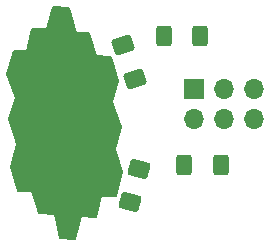
<source format=gbr>
G04 #@! TF.GenerationSoftware,KiCad,Pcbnew,(6.99.0-2452-gdb4f2d9dd8)*
G04 #@! TF.CreationDate,2022-07-21T18:21:17-08:00*
G04 #@! TF.ProjectId,jwtelescope,6a777465-6c65-4736-936f-70652e6b6963,rev?*
G04 #@! TF.SameCoordinates,Original*
G04 #@! TF.FileFunction,Soldermask,Bot*
G04 #@! TF.FilePolarity,Negative*
%FSLAX46Y46*%
G04 Gerber Fmt 4.6, Leading zero omitted, Abs format (unit mm)*
G04 Created by KiCad (PCBNEW (6.99.0-2452-gdb4f2d9dd8)) date 2022-07-21 18:21:17*
%MOMM*%
%LPD*%
G01*
G04 APERTURE LIST*
G04 Aperture macros list*
%AMRoundRect*
0 Rectangle with rounded corners*
0 $1 Rounding radius*
0 $2 $3 $4 $5 $6 $7 $8 $9 X,Y pos of 4 corners*
0 Add a 4 corners polygon primitive as box body*
4,1,4,$2,$3,$4,$5,$6,$7,$8,$9,$2,$3,0*
0 Add four circle primitives for the rounded corners*
1,1,$1+$1,$2,$3*
1,1,$1+$1,$4,$5*
1,1,$1+$1,$6,$7*
1,1,$1+$1,$8,$9*
0 Add four rect primitives between the rounded corners*
20,1,$1+$1,$2,$3,$4,$5,0*
20,1,$1+$1,$4,$5,$6,$7,0*
20,1,$1+$1,$6,$7,$8,$9,0*
20,1,$1+$1,$8,$9,$2,$3,0*%
G04 Aperture macros list end*
%ADD10C,0.150000*%
%ADD11RoundRect,0.250000X-0.400000X-0.625000X0.400000X-0.625000X0.400000X0.625000X-0.400000X0.625000X0*%
%ADD12O,1.700000X1.700000*%
%ADD13R,1.700000X1.700000*%
%ADD14RoundRect,0.250001X-0.483999X0.608501X-0.723406X-0.284978X0.483999X-0.608501X0.723406X0.284978X0*%
%ADD15RoundRect,0.250001X0.741523X-0.233822X0.440373X0.640781X-0.741523X0.233822X-0.440373X-0.640781X0*%
G04 APERTURE END LIST*
D10*
G36*
X88400000Y-36000000D02*
G01*
X89000000Y-38100000D01*
X90100000Y-38100000D01*
X90700000Y-40100000D01*
X92000000Y-40200000D01*
X92600000Y-42200000D01*
X92100000Y-44000000D01*
X92800000Y-46100000D01*
X92300000Y-48000000D01*
X92900000Y-49900000D01*
X92400000Y-51900000D01*
X91100000Y-51900000D01*
X90700000Y-53700000D01*
X89400000Y-53600000D01*
X88900000Y-55600000D01*
X87700000Y-55500000D01*
X87200000Y-53500000D01*
X85900000Y-53400000D01*
X85300000Y-51500000D01*
X84100000Y-51500000D01*
X83500000Y-49500000D01*
X84000000Y-47500000D01*
X83300000Y-45400000D01*
X83900000Y-43600000D01*
X83200000Y-41600000D01*
X83800000Y-39700000D01*
X84900000Y-39700000D01*
X85300000Y-37800000D01*
X86600000Y-37800000D01*
X87100000Y-35900000D01*
X88400000Y-36000000D01*
G37*
X88400000Y-36000000D02*
X89000000Y-38100000D01*
X90100000Y-38100000D01*
X90700000Y-40100000D01*
X92000000Y-40200000D01*
X92600000Y-42200000D01*
X92100000Y-44000000D01*
X92800000Y-46100000D01*
X92300000Y-48000000D01*
X92900000Y-49900000D01*
X92400000Y-51900000D01*
X91100000Y-51900000D01*
X90700000Y-53700000D01*
X89400000Y-53600000D01*
X88900000Y-55600000D01*
X87700000Y-55500000D01*
X87200000Y-53500000D01*
X85900000Y-53400000D01*
X85300000Y-51500000D01*
X84100000Y-51500000D01*
X83500000Y-49500000D01*
X84000000Y-47500000D01*
X83300000Y-45400000D01*
X83900000Y-43600000D01*
X83200000Y-41600000D01*
X83800000Y-39700000D01*
X84900000Y-39700000D01*
X85300000Y-37800000D01*
X86600000Y-37800000D01*
X87100000Y-35900000D01*
X88400000Y-36000000D01*
D11*
X98150000Y-49300000D03*
X101250000Y-49300000D03*
X96450000Y-38350000D03*
X99550000Y-38350000D03*
D12*
X104099999Y-45389999D03*
X104099999Y-42849999D03*
X101559999Y-45389999D03*
X101559999Y-42849999D03*
X99019999Y-45389999D03*
D13*
X99019999Y-42849999D03*
D14*
X94384993Y-49613185D03*
X93615007Y-52486815D03*
D15*
X93984283Y-42006459D03*
X93015717Y-39193541D03*
M02*

</source>
